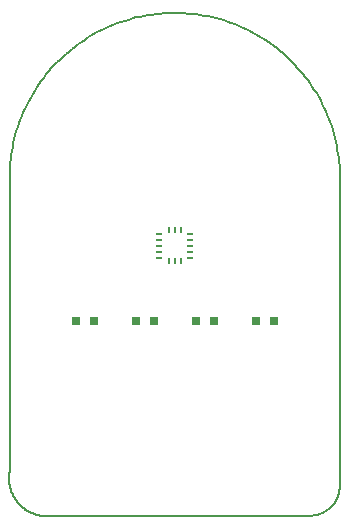
<source format=gtp>
G75*
%MOIN*%
%OFA0B0*%
%FSLAX25Y25*%
%IPPOS*%
%LPD*%
%AMOC8*
5,1,8,0,0,1.08239X$1,22.5*
%
%ADD10C,0.00500*%
%ADD11R,0.02362X0.00984*%
%ADD12R,0.00984X0.02362*%
%ADD13R,0.03150X0.03150*%
D10*
X0011800Y0001800D02*
X0101800Y0001800D01*
X0102042Y0001803D01*
X0102283Y0001812D01*
X0102524Y0001826D01*
X0102765Y0001847D01*
X0103005Y0001873D01*
X0103245Y0001905D01*
X0103484Y0001943D01*
X0103721Y0001986D01*
X0103958Y0002036D01*
X0104193Y0002091D01*
X0104427Y0002151D01*
X0104659Y0002218D01*
X0104890Y0002289D01*
X0105119Y0002367D01*
X0105346Y0002450D01*
X0105571Y0002538D01*
X0105794Y0002632D01*
X0106014Y0002731D01*
X0106232Y0002836D01*
X0106447Y0002945D01*
X0106660Y0003060D01*
X0106870Y0003180D01*
X0107076Y0003305D01*
X0107280Y0003435D01*
X0107481Y0003570D01*
X0107678Y0003710D01*
X0107872Y0003854D01*
X0108062Y0004003D01*
X0108248Y0004157D01*
X0108431Y0004315D01*
X0108610Y0004477D01*
X0108785Y0004644D01*
X0108956Y0004815D01*
X0109123Y0004990D01*
X0109285Y0005169D01*
X0109443Y0005352D01*
X0109597Y0005538D01*
X0109746Y0005728D01*
X0109890Y0005922D01*
X0110030Y0006119D01*
X0110165Y0006320D01*
X0110295Y0006524D01*
X0110420Y0006730D01*
X0110540Y0006940D01*
X0110655Y0007153D01*
X0110764Y0007368D01*
X0110869Y0007586D01*
X0110968Y0007806D01*
X0111062Y0008029D01*
X0111150Y0008254D01*
X0111233Y0008481D01*
X0111311Y0008710D01*
X0111382Y0008941D01*
X0111449Y0009173D01*
X0111509Y0009407D01*
X0111564Y0009642D01*
X0111614Y0009879D01*
X0111657Y0010116D01*
X0111695Y0010355D01*
X0111727Y0010595D01*
X0111753Y0010835D01*
X0111774Y0011076D01*
X0111788Y0011317D01*
X0111797Y0011558D01*
X0111800Y0011800D01*
X0111800Y0111800D01*
X0111845Y0113140D01*
X0111857Y0114481D01*
X0111836Y0115821D01*
X0111783Y0117161D01*
X0111697Y0118499D01*
X0111578Y0119835D01*
X0111427Y0121167D01*
X0111244Y0122495D01*
X0111028Y0123819D01*
X0110780Y0125136D01*
X0110500Y0126447D01*
X0110188Y0127752D01*
X0109845Y0129048D01*
X0109470Y0130335D01*
X0109064Y0131613D01*
X0108627Y0132880D01*
X0108159Y0134137D01*
X0107661Y0135382D01*
X0107133Y0136614D01*
X0106574Y0137833D01*
X0105986Y0139038D01*
X0105369Y0140228D01*
X0104724Y0141403D01*
X0104049Y0142562D01*
X0103347Y0143705D01*
X0102617Y0144829D01*
X0101860Y0145936D01*
X0101077Y0147024D01*
X0100267Y0148092D01*
X0099431Y0149141D01*
X0098570Y0150169D01*
X0097684Y0151175D01*
X0096774Y0152160D01*
X0095840Y0153122D01*
X0094883Y0154061D01*
X0093904Y0154977D01*
X0092902Y0155868D01*
X0091879Y0156735D01*
X0090836Y0157576D01*
X0089772Y0158392D01*
X0088688Y0159182D01*
X0087586Y0159945D01*
X0086465Y0160682D01*
X0085327Y0161390D01*
X0084172Y0162071D01*
X0083000Y0162723D01*
X0081813Y0163347D01*
X0080612Y0163941D01*
X0079396Y0164507D01*
X0078167Y0165042D01*
X0076925Y0165547D01*
X0075671Y0166022D01*
X0074406Y0166466D01*
X0073130Y0166879D01*
X0071845Y0167262D01*
X0070551Y0167612D01*
X0069248Y0167931D01*
X0067939Y0168218D01*
X0066623Y0168474D01*
X0065300Y0168697D01*
X0063973Y0168888D01*
X0062642Y0169046D01*
X0061307Y0169172D01*
X0059970Y0169266D01*
X0058630Y0169327D01*
X0057290Y0169355D01*
X0055949Y0169350D01*
X0054609Y0169313D01*
X0053270Y0169244D01*
X0051933Y0169141D01*
X0050599Y0169007D01*
X0049268Y0168839D01*
X0047943Y0168640D01*
X0046622Y0168408D01*
X0045307Y0168144D01*
X0044000Y0167848D01*
X0042699Y0167521D01*
X0041408Y0167162D01*
X0040125Y0166771D01*
X0038852Y0166349D01*
X0037590Y0165897D01*
X0036339Y0165414D01*
X0035101Y0164901D01*
X0033875Y0164357D01*
X0032663Y0163784D01*
X0031465Y0163182D01*
X0030282Y0162550D01*
X0029115Y0161890D01*
X0027964Y0161202D01*
X0026831Y0160486D01*
X0025715Y0159742D01*
X0024618Y0158972D01*
X0023539Y0158175D01*
X0022481Y0157352D01*
X0021443Y0156504D01*
X0020426Y0155630D01*
X0019430Y0154732D01*
X0018456Y0153810D01*
X0017506Y0152865D01*
X0016578Y0151896D01*
X0015675Y0150906D01*
X0014795Y0149893D01*
X0013941Y0148860D01*
X0013112Y0147806D01*
X0012309Y0146732D01*
X0011533Y0145639D01*
X0010783Y0144528D01*
X0010061Y0143398D01*
X0009366Y0142251D01*
X0008699Y0141088D01*
X0008061Y0139909D01*
X0007452Y0138714D01*
X0006872Y0137505D01*
X0006322Y0136283D01*
X0005802Y0135047D01*
X0005312Y0133799D01*
X0004852Y0132540D01*
X0004423Y0131269D01*
X0004026Y0129989D01*
X0003659Y0128699D01*
X0003324Y0127401D01*
X0003021Y0126095D01*
X0002750Y0124781D01*
X0002511Y0123462D01*
X0002304Y0122137D01*
X0002129Y0120808D01*
X0001987Y0119475D01*
X0001877Y0118139D01*
X0001800Y0116800D01*
X0001800Y0016800D01*
X0001743Y0016497D01*
X0001693Y0016193D01*
X0001651Y0015888D01*
X0001617Y0015582D01*
X0001589Y0015275D01*
X0001569Y0014968D01*
X0001557Y0014660D01*
X0001552Y0014352D01*
X0001555Y0014044D01*
X0001564Y0013736D01*
X0001582Y0013428D01*
X0001607Y0013121D01*
X0001639Y0012815D01*
X0001678Y0012509D01*
X0001725Y0012205D01*
X0001780Y0011902D01*
X0001841Y0011600D01*
X0001910Y0011300D01*
X0001986Y0011001D01*
X0002070Y0010704D01*
X0002160Y0010410D01*
X0002258Y0010118D01*
X0002362Y0009828D01*
X0002474Y0009541D01*
X0002592Y0009256D01*
X0002717Y0008975D01*
X0002849Y0008697D01*
X0002988Y0008422D01*
X0003134Y0008150D01*
X0003285Y0007882D01*
X0003444Y0007618D01*
X0003608Y0007357D01*
X0003779Y0007101D01*
X0003956Y0006849D01*
X0004139Y0006601D01*
X0004328Y0006358D01*
X0004523Y0006119D01*
X0004724Y0005885D01*
X0004930Y0005656D01*
X0005141Y0005433D01*
X0005358Y0005214D01*
X0005581Y0005000D01*
X0005808Y0004792D01*
X0006040Y0004590D01*
X0006277Y0004393D01*
X0006519Y0004202D01*
X0006765Y0004017D01*
X0007016Y0003838D01*
X0007271Y0003665D01*
X0007530Y0003498D01*
X0007793Y0003338D01*
X0008059Y0003184D01*
X0008330Y0003036D01*
X0008604Y0002895D01*
X0008881Y0002761D01*
X0009161Y0002634D01*
X0009445Y0002513D01*
X0009731Y0002399D01*
X0010020Y0002292D01*
X0010311Y0002192D01*
X0010605Y0002099D01*
X0010901Y0002013D01*
X0011199Y0001935D01*
X0011499Y0001864D01*
X0011800Y0001800D01*
D11*
X0051485Y0087784D03*
X0051485Y0089753D03*
X0051485Y0091721D03*
X0051485Y0093690D03*
X0051485Y0095658D03*
X0061918Y0095658D03*
X0061918Y0093690D03*
X0061918Y0091721D03*
X0061918Y0089753D03*
X0061918Y0087784D03*
D12*
X0058769Y0086682D03*
X0056800Y0086682D03*
X0054831Y0086682D03*
X0054831Y0096918D03*
X0056800Y0096918D03*
X0058769Y0096918D03*
D13*
X0063847Y0066800D03*
X0069753Y0066800D03*
X0083847Y0066800D03*
X0089753Y0066800D03*
X0049753Y0066800D03*
X0043847Y0066800D03*
X0029753Y0066800D03*
X0023847Y0066800D03*
M02*

</source>
